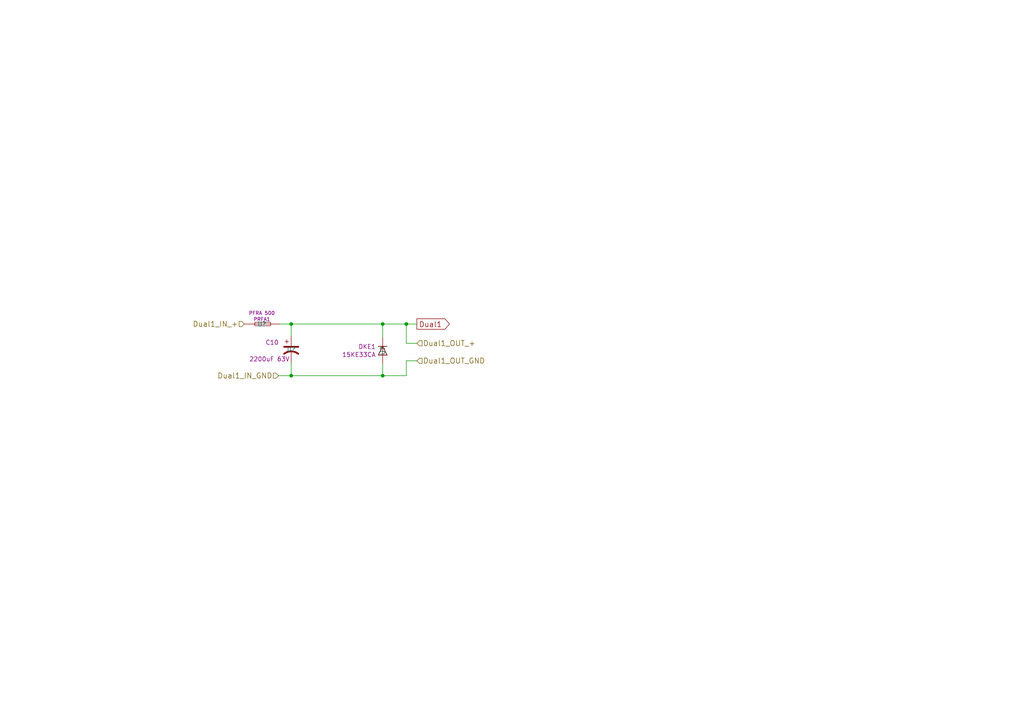
<source format=kicad_sch>
(kicad_sch (version 20200608) (host eeschema "(5.99.0-1946-g60915fbc7)")
  (page 6 33)
  (paper "A4")
  (title_block (title "Ardumower shield SVN Version") (date "2017-04-13") (rev "1.3") (company "ML AG JL UZ") (comment 1 "Motordriverschutz von JürgenL"))
  (lib_symbols
    (symbol "ardumower-mega-shield-svn-rescue:CP1-RESCUE-ardumower_mega_shield_svn" (pin_numbers hide) (pin_names (offset 0.254) hide)
      (property "Referenz" "C" (at 0.635 2.54 0))
      (property "Wert" "CP1-RESCUE-ardumower_mega_shield_svn" (at 0.635 -2.54 0))
      (symbol "CP1-RESCUE-ardumower_mega_shield_svn_0_1"
        (arc (start -2.032 -1.27) (end 2.032 -1.27) (radius (at 0 -3.81) (length 3.2512) (angles 128.7 51.3)) (stroke (width 0.508)))
        (polyline (pts (xy -2.032 0.762) (xy 2.032 0.762)) (stroke (width 0.508)))
        (polyline (pts (xy -1.778 2.286) (xy -0.762 2.286)))
        (polyline (pts (xy -1.27 1.778) (xy -1.27 2.794)))
      )
      (symbol "CP1-RESCUE-ardumower_mega_shield_svn_1_1"
        (pin passive line (at 0 3.81 270) (length 2.794) (name "~") (number "1"))
        (pin passive line (at 0 -3.81 90) (length 3.302) (name "~") (number "2"))
      )
    )
    (symbol "ardumower-mega-shield-svn-rescue:D-RESCUE-ardumower_mega_shield_svn" (pin_numbers hide) (pin_names hide)
      (property "Referenz" "D" (at 0 2.54 0))
      (property "Wert" "D-RESCUE-ardumower_mega_shield_svn" (at 0 -2.54 0))
      (symbol "D-RESCUE-ardumower_mega_shield_svn_0_1"
        (polyline (pts (xy -1.27 1.27) (xy -1.27 -1.27)) (stroke (width 0.2032)))
        (polyline (pts (xy 1.27 0) (xy -1.27 0)))
        (polyline (pts (xy 1.27 1.27) (xy 1.27 -1.27) (xy -1.27 0) (xy 1.27 1.27)) (stroke (width 0.2032)))
      )
      (symbol "D-RESCUE-ardumower_mega_shield_svn_1_1"
        (pin passive line (at -3.81 0 0) (length 2.54) (name "K") (number "1"))
        (pin passive line (at 3.81 0 180) (length 2.54) (name "A") (number "2"))
      )
    )
    (symbol "ardumower-mega-shield-svn-rescue:F_10A-RESCUE-ardumower_mega_shield_svn" (pin_numbers hide) (pin_names (offset 0.254))
      (property "Referenz" "EF" (at -4.572 2.032 0))
      (property "Wert" "F_10A-RESCUE-ardumower_mega_shield_svn" (at -2.54 -2.032 0))
      (symbol "F_10A-RESCUE-ardumower_mega_shield_svn_0_1"
        (polyline (pts (xy 2.032 0) (xy -2.54 0) (xy -2.54 0) (xy -2.54 0)))
        (polyline (pts (xy -2.54 0.508) (xy -2.54 -0.508) (xy 2.032 -0.508) (xy 2.032 0.508) (xy -2.54 0.508) (xy -2.54 0.508)))
      )
      (symbol "F_10A-RESCUE-ardumower_mega_shield_svn_1_1"
        (pin power_in line (at 5.08 0 180) (length 3.048) (name "~") (number "1"))
        (pin power_out line (at -5.08 0 0) (length 2.54) (name "~") (number "2"))
      )
    )
  )
  (junction (at 84.455 93.98))
  (junction (at 84.455 108.966))
  (junction (at 110.998 93.98))
  (junction (at 110.998 108.966))
  (junction (at 117.856 93.98))
  (wire (pts (xy 80.772 108.966) (xy 84.455 108.966)))
  (wire (pts (xy 81.026 93.98) (xy 84.455 93.98)))
  (wire (pts (xy 84.455 93.98) (xy 84.455 97.536)))
  (wire (pts (xy 84.455 93.98) (xy 110.998 93.98)))
  (wire (pts (xy 84.455 105.156) (xy 84.455 108.966)))
  (wire (pts (xy 84.455 108.966) (xy 110.998 108.966)))
  (wire (pts (xy 110.998 93.98) (xy 117.856 93.98)))
  (wire (pts (xy 110.998 97.917) (xy 110.998 93.98)))
  (wire (pts (xy 110.998 108.966) (xy 110.998 105.537)))
  (wire (pts (xy 110.998 108.966) (xy 117.856 108.966)))
  (wire (pts (xy 117.856 93.98) (xy 120.904 93.98)))
  (wire (pts (xy 117.856 99.568) (xy 117.856 93.98)))
  (wire (pts (xy 117.856 104.648) (xy 117.856 108.966)))
  (wire (pts (xy 120.904 99.568) (xy 117.856 99.568)))
  (wire (pts (xy 120.904 104.648) (xy 117.856 104.648)))
  (global_label "Dual1" (shape output) (at 120.904 93.98 0) (effects (font (size 1.524 1.524))))
  (hierarchical_label "Dual1_IN_+" (shape input) (at 70.866 93.98 180) (effects (font (size 1.524 1.524))))
  (hierarchical_label "Dual1_IN_GND" (shape input) (at 80.772 108.966 180) (effects (font (size 1.524 1.524))))
  (hierarchical_label "Dual1_OUT_+" (shape input) (at 120.904 99.568 0) (effects (font (size 1.524 1.524))))
  (hierarchical_label "Dual1_OUT_GND" (shape input) (at 120.904 104.648 0) (effects (font (size 1.524 1.524))))
  (symbol (lib_id "ardumower-mega-shield-svn-rescue:F_10A-RESCUE-ardumower_mega_shield_svn") (at 75.946 93.98 180) (unit 1)
    (property "Referenz" "PRFA1" (at 75.946 92.583 0) (effects (font (size 1.016 1.016))))
    (property "Wert" "PFRA 500" (at 75.946 90.805 0) (effects (font (size 1.016 1.016))))
    (property "Footprint" "Zimprich:PRFA_500" (effects hide))
  )
  (symbol (lib_id "ardumower-mega-shield-svn-rescue:D-RESCUE-ardumower_mega_shield_svn") (at 110.998 101.727 270) (unit 1)
    (property "Referenz" "DKE1" (at 109.0168 100.5586 90) (effects (justify right)))
    (property "Wert" "15KE33CA" (at 109.0168 102.87 90) (effects (justify right)))
    (property "Footprint" "Zimprich:Diode_liegend_BY500_1000_RM15" (effects hide))
    (property "Datenblatt" "-" (effects hide))
    (property "Gehäuseart" "DO-214AA" (effects hide))
    (property "Bestelllink" "https://www.reichelt.de/Ueberspannungs-schutzdioden/1-5KE-33CA/3/index.html?ACTION=3&LA=446&ARTICLE=41873&GROUPID=3000&artnr=1%2C5KE+33CA&SEARCH=15KE33CA" (effects hide))
    (property "Technische Daten" "Value" (effects hide))
    (property "Bestellnummer" "R:1,5KE 33CA" (effects hide))
    (property "Bauform" "Value" (effects hide))
    (property "Funktion" "Value" (effects hide))
    (property "Hersteller" "Value" (effects hide))
    (property "Hersteller Bestellnummer" "Value" (effects hide))
  )
  (symbol (lib_id "ardumower-mega-shield-svn-rescue:CP1-RESCUE-ardumower_mega_shield_svn") (at 84.455 101.346 0) (unit 1)
    (property "Referenz" "C10" (at 76.962 99.314 0) (effects (justify left)))
    (property "Wert" "2200uF 63V" (at 72.263 104.14 0) (effects (justify left)))
    (property "Footprint" "Capacitors_ThroughHole:C_Radial_D18_L36_P7.5" (effects hide))
    (property "Bestellnummer" "Value" (effects hide))
    (property "Bestelllink" "Value" (effects hide))
  )
)
</source>
